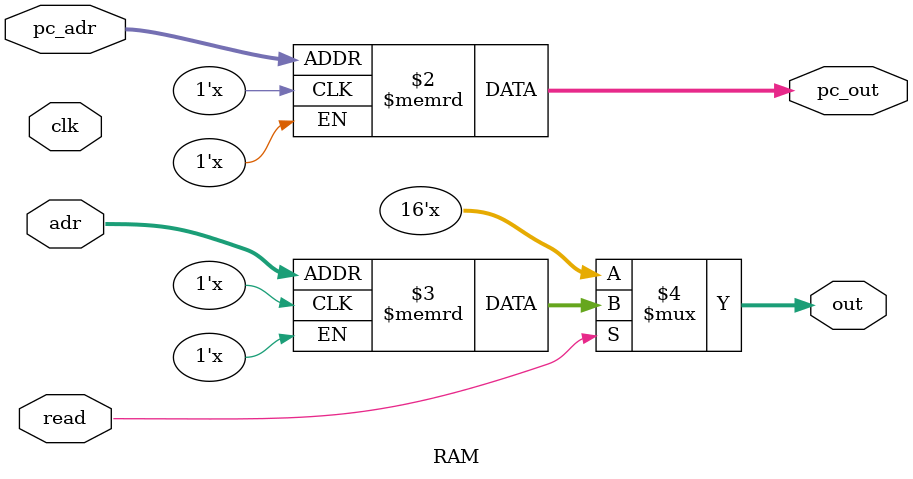
<source format=v>
module RAM (
    input clk,
    input read,
    input [7:0] adr,
    input [7:0] pc_adr,
    output reg [15:0] out,
    output reg [15:0] pc_out
);

reg [15:0] RAM [0:255];

always @(*)begin
    pc_out <= RAM[pc_adr];
    if (read) begin
        out <= RAM[adr];
    end
end

endmodule
</source>
